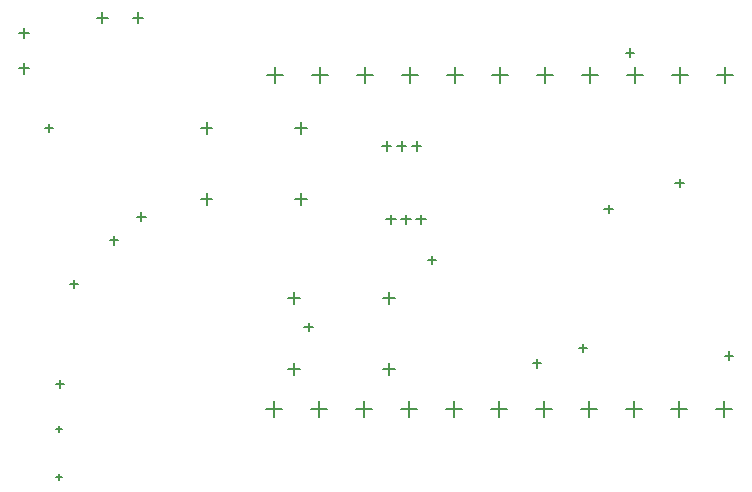
<source format=gbr>
G04*
G04 #@! TF.GenerationSoftware,Altium Limited,Altium Designer,24.1.2 (44)*
G04*
G04 Layer_Color=128*
%FSLAX44Y44*%
%MOMM*%
G71*
G04*
G04 #@! TF.SameCoordinates,5DE7BCAC-930E-4ACC-850D-064FDCF0EFED*
G04*
G04*
G04 #@! TF.FilePolarity,Positive*
G04*
G01*
G75*
%ADD12C,0.1270*%
D12*
X121485Y415966D02*
X130485D01*
X125985Y411466D02*
Y420466D01*
X91485Y415966D02*
X100485D01*
X95985Y411466D02*
Y420466D01*
X25100Y402827D02*
X34100D01*
X29600Y398327D02*
Y407327D01*
X25100Y372826D02*
X34100D01*
X29600Y368326D02*
Y377326D01*
X57100Y27310D02*
X62100D01*
X59600Y24810D02*
Y29810D01*
X57100Y67310D02*
X62100D01*
X59600Y64810D02*
Y69810D01*
X235006Y367168D02*
X249006D01*
X242006Y360168D02*
Y374168D01*
X273106Y367168D02*
X287106D01*
X280106Y360168D02*
Y374168D01*
X349306Y367168D02*
X363306D01*
X356306Y360168D02*
Y374168D01*
X425506Y367168D02*
X439506D01*
X432506Y360168D02*
Y374168D01*
X501706Y367168D02*
X515706D01*
X508706Y360168D02*
Y374168D01*
X539806Y367168D02*
X553806D01*
X546806Y360168D02*
Y374168D01*
X577906Y367168D02*
X591906D01*
X584906Y360168D02*
Y374168D01*
X616006Y367168D02*
X630006D01*
X623006Y360168D02*
Y374168D01*
X463606Y367168D02*
X477606D01*
X470606Y360168D02*
Y374168D01*
X387406Y367168D02*
X401406D01*
X394406Y360168D02*
Y374168D01*
X311206Y367168D02*
X325206D01*
X318206Y360168D02*
Y374168D01*
X615337Y84648D02*
X629337D01*
X622337Y77648D02*
Y91648D01*
X577237Y84648D02*
X591237D01*
X584237Y77648D02*
Y91648D01*
X501037Y84648D02*
X515037D01*
X508037Y77648D02*
Y91648D01*
X424837Y84648D02*
X438837D01*
X431837Y77648D02*
Y91648D01*
X348637Y84648D02*
X362637D01*
X355637Y77648D02*
Y91648D01*
X310537Y84648D02*
X324537D01*
X317537Y77648D02*
Y91648D01*
X272437Y84648D02*
X286437D01*
X279437Y77648D02*
Y91648D01*
X234337Y84648D02*
X248337D01*
X241337Y77648D02*
Y91648D01*
X386737Y84648D02*
X400737D01*
X393737Y77648D02*
Y91648D01*
X462937Y84648D02*
X476937D01*
X469937Y77648D02*
Y91648D01*
X539137Y84648D02*
X553137D01*
X546137Y77648D02*
Y91648D01*
X253450Y178590D02*
X263450D01*
X258450Y173590D02*
Y183590D01*
X333450Y178590D02*
X343450D01*
X338450Y173590D02*
Y183590D01*
X253450Y118590D02*
X263450D01*
X258450Y113590D02*
Y123590D01*
X333450Y118590D02*
X343450D01*
X338450Y113590D02*
Y123590D01*
X259204Y262342D02*
X269204D01*
X264204Y257342D02*
Y267342D01*
X179204Y262342D02*
X189204D01*
X184204Y257342D02*
Y267342D01*
X259204Y322342D02*
X269204D01*
X264204Y317342D02*
Y327342D01*
X179204Y322342D02*
X189204D01*
X184204Y317342D02*
Y327342D01*
X332550Y307340D02*
X340550D01*
X336550Y303340D02*
Y311340D01*
X345250Y307340D02*
X353250D01*
X349250Y303340D02*
Y311340D01*
X357950Y307340D02*
X365950D01*
X361950Y303340D02*
Y311340D01*
X336360Y245110D02*
X344360D01*
X340360Y241110D02*
Y249110D01*
X349060Y245110D02*
X357060D01*
X353060Y241110D02*
Y249110D01*
X361760Y245110D02*
X369760D01*
X365760Y241110D02*
Y249110D01*
X520964Y253814D02*
X528076D01*
X524520Y250258D02*
Y257370D01*
X538988Y386334D02*
X546100D01*
X542544Y382778D02*
Y389890D01*
X581152Y276098D02*
X588264D01*
X584708Y272542D02*
Y279654D01*
X125394Y247396D02*
X132506D01*
X128950Y243840D02*
Y250952D01*
X460248Y123190D02*
X467360D01*
X463804Y119634D02*
Y126746D01*
X499110Y136144D02*
X506222D01*
X502666Y132588D02*
Y139700D01*
X102362Y227330D02*
X109474D01*
X105918Y223774D02*
Y230886D01*
X46990Y322326D02*
X54102D01*
X50546Y318770D02*
Y325882D01*
X266954Y154178D02*
X274066D01*
X270510Y150622D02*
Y157734D01*
X56388Y105918D02*
X63500D01*
X59944Y102362D02*
Y109474D01*
X68326Y190500D02*
X75438D01*
X71882Y186944D02*
Y194056D01*
X623062Y129794D02*
X630174D01*
X626618Y126238D02*
Y133350D01*
X371348Y210820D02*
X378460D01*
X374904Y207264D02*
Y214376D01*
M02*

</source>
